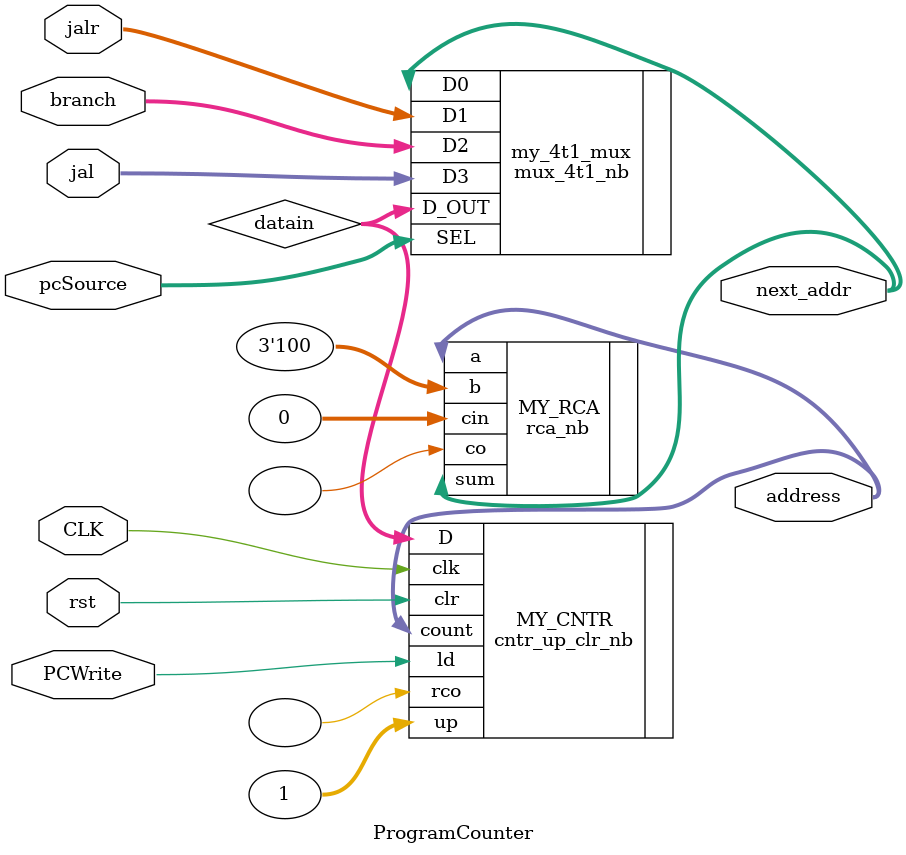
<source format=v>
`timescale 1ns / 1ps

///////////////////////////////////////////////////////////

module ProgramCounter(
    input rst,
    input PCWrite,
    input [1:0] pcSource,
    input CLK,
    input [31:0] jalr,
    input [31:0] branch,
    input [31:0] jal,
    output [31:0] address,
    output [31:0] next_addr
    );
    
    wire [31:0] datain;
    
    //instantation of input MUX
    mux_4t1_nb  #(.n(32)) my_4t1_mux  (
        .SEL   (pcSource), 
        .D0    (next_addr), 
        .D1    (jalr), 
        .D2    (branch), 
        .D3    (jal),
        .D_OUT (datain)
        ); 
        
    rca_nb #(.n(32)) MY_RCA (
        .a (address), 
        .b (3'b100), 
        .cin (0), 
        .sum (next_addr), 
        .co ()
        );  
    
    cntr_up_clr_nb #(.n(32)) MY_CNTR (
        .clk   (CLK), 
        .clr   (rst), 
        .up    (1),
        .ld    (PCWrite), 
        .D     (datain), 
        .count (address), 
        .rco   ()   
        );    
endmodule

</source>
